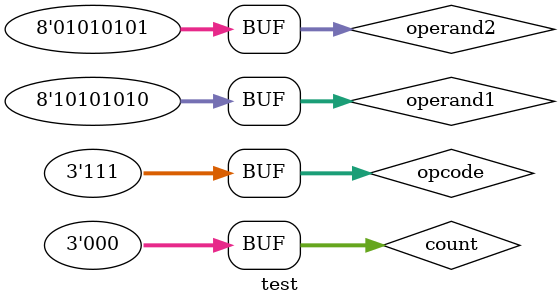
<source format=v>
module test();
reg [2:0] opcode;
reg [7:0] operand1;
reg [7:0] operand2;
wire [15:0] result;
wire flagC;
wire flagZ;
reg [2:0]count= 3'd0;
alu uuu(
opcode,
operand1,
operand2,
result,
flagC,
flagZ
 );
 initial begin
 opcode = 3'b0;
 operand1 = 8'b0;
 operand2 = 8'b0;
 #100;
 
 operand1=8'hAA;
 operand2=8'h55;
 for (count=0; count<8; count=count+1)
 opcode = count;
 #20;
 end

 


endmodule

</source>
